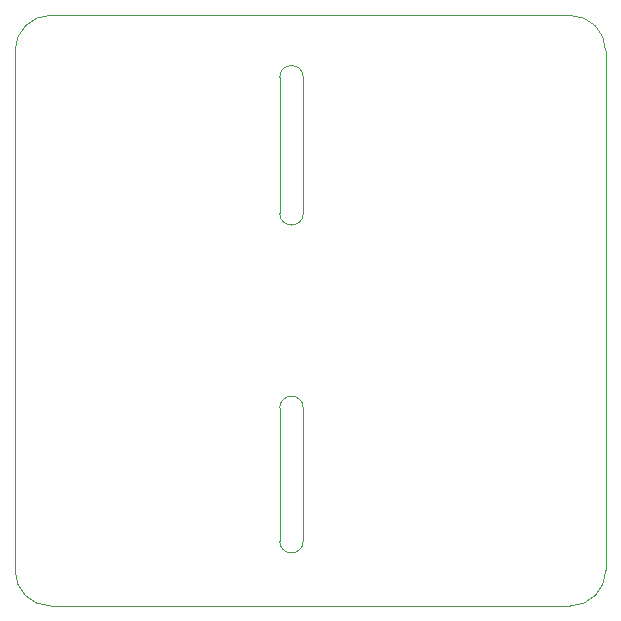
<source format=gbr>
G04 #@! TF.GenerationSoftware,KiCad,Pcbnew,5.1.5+dfsg1-2build2*
G04 #@! TF.CreationDate,2021-07-02T23:51:08+02:00*
G04 #@! TF.ProjectId,flyback_DCM,666c7962-6163-46b5-9f44-434d2e6b6963,rev?*
G04 #@! TF.SameCoordinates,Original*
G04 #@! TF.FileFunction,Profile,NP*
%FSLAX46Y46*%
G04 Gerber Fmt 4.6, Leading zero omitted, Abs format (unit mm)*
G04 Created by KiCad (PCBNEW 5.1.5+dfsg1-2build2) date 2021-07-02 23:51:08*
%MOMM*%
%LPD*%
G04 APERTURE LIST*
%ADD10C,0.050000*%
G04 APERTURE END LIST*
D10*
X142400000Y-113250000D02*
G75*
G02X144400000Y-113250000I1000000J0D01*
G01*
X144400000Y-113250000D02*
X144400000Y-124500000D01*
X144400000Y-124500000D02*
G75*
G02X142400000Y-124500000I-1000000J0D01*
G01*
X142400000Y-124500000D02*
X142400000Y-113250000D01*
X142400000Y-85250000D02*
G75*
G02X144400000Y-85250000I1000000J0D01*
G01*
X144400000Y-96750000D02*
G75*
G02X142400000Y-96750000I-1000000J0D01*
G01*
X142400000Y-96750000D02*
X142400000Y-91000000D01*
X144400000Y-85250000D02*
X144400000Y-96750000D01*
X142400000Y-91000000D02*
X142400000Y-85250000D01*
X123000000Y-130000000D02*
G75*
G02X120000000Y-127000000I0J3000000D01*
G01*
X170000000Y-127000000D02*
G75*
G02X167000000Y-130000000I-3000000J0D01*
G01*
X167000000Y-80000000D02*
G75*
G02X170000000Y-83000000I0J-3000000D01*
G01*
X120000000Y-83000000D02*
G75*
G02X123000000Y-80000000I3000000J0D01*
G01*
X120000000Y-127000000D02*
X120000000Y-83000000D01*
X167000000Y-130000000D02*
X123000000Y-130000000D01*
X170000000Y-83000000D02*
X170000000Y-127000000D01*
X123000000Y-80000000D02*
X167000000Y-80000000D01*
M02*

</source>
